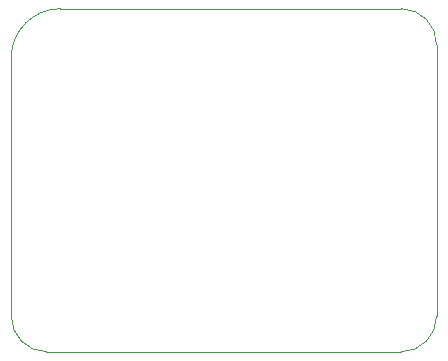
<source format=gbr>
%TF.GenerationSoftware,KiCad,Pcbnew,8.0.0*%
%TF.CreationDate,2024-04-02T10:27:19-06:00*%
%TF.ProjectId,swd_adapter,7377645f-6164-4617-9074-65722e6b6963,rev?*%
%TF.SameCoordinates,Original*%
%TF.FileFunction,Profile,NP*%
%FSLAX46Y46*%
G04 Gerber Fmt 4.6, Leading zero omitted, Abs format (unit mm)*
G04 Created by KiCad (PCBNEW 8.0.0) date 2024-04-02 10:27:19*
%MOMM*%
%LPD*%
G01*
G04 APERTURE LIST*
%TA.AperFunction,Profile*%
%ADD10C,0.100000*%
%TD*%
G04 APERTURE END LIST*
D10*
X98592565Y-53199584D02*
G75*
G02*
X102742566Y-49049565I4150035J-16D01*
G01*
X131600001Y-49049584D02*
G75*
G02*
X134599999Y-52100000I-1J-3000416D01*
G01*
X98592565Y-53199584D02*
X98592565Y-75100001D01*
X102742566Y-49049584D02*
X131600001Y-49049584D01*
X134600000Y-52100000D02*
X134600000Y-75100000D01*
X101571320Y-78100000D02*
G75*
G02*
X98592525Y-75100001I21280J3000000D01*
G01*
X134600000Y-75100000D02*
G75*
G02*
X131600000Y-78100000I-3000000J0D01*
G01*
X131600000Y-78100000D02*
X101571320Y-78100000D01*
M02*

</source>
